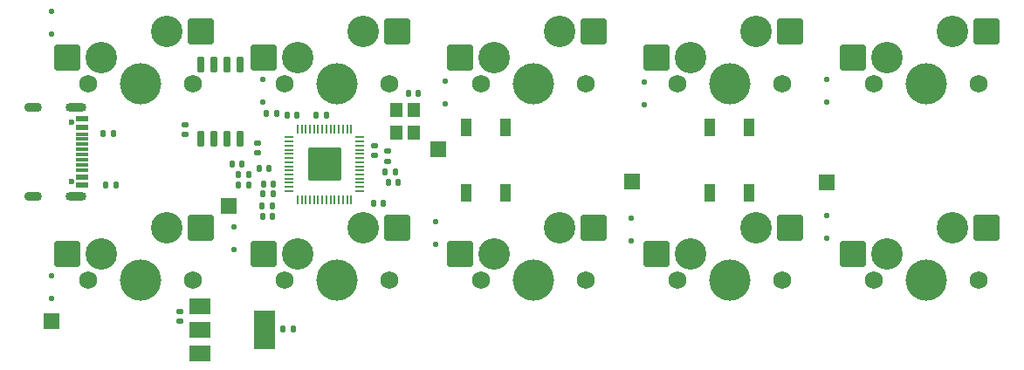
<source format=gbr>
%TF.GenerationSoftware,KiCad,Pcbnew,(7.0.0-0)*%
%TF.CreationDate,2023-04-10T20:33:14-04:00*%
%TF.ProjectId,KnGYT,4b6e4759-542e-46b6-9963-61645f706362,rev?*%
%TF.SameCoordinates,Original*%
%TF.FileFunction,Soldermask,Bot*%
%TF.FilePolarity,Negative*%
%FSLAX46Y46*%
G04 Gerber Fmt 4.6, Leading zero omitted, Abs format (unit mm)*
G04 Created by KiCad (PCBNEW (7.0.0-0)) date 2023-04-10 20:33:14*
%MOMM*%
%LPD*%
G01*
G04 APERTURE LIST*
G04 Aperture macros list*
%AMRoundRect*
0 Rectangle with rounded corners*
0 $1 Rounding radius*
0 $2 $3 $4 $5 $6 $7 $8 $9 X,Y pos of 4 corners*
0 Add a 4 corners polygon primitive as box body*
4,1,4,$2,$3,$4,$5,$6,$7,$8,$9,$2,$3,0*
0 Add four circle primitives for the rounded corners*
1,1,$1+$1,$2,$3*
1,1,$1+$1,$4,$5*
1,1,$1+$1,$6,$7*
1,1,$1+$1,$8,$9*
0 Add four rect primitives between the rounded corners*
20,1,$1+$1,$2,$3,$4,$5,0*
20,1,$1+$1,$4,$5,$6,$7,0*
20,1,$1+$1,$6,$7,$8,$9,0*
20,1,$1+$1,$8,$9,$2,$3,0*%
G04 Aperture macros list end*
%ADD10R,1.500000X1.500000*%
%ADD11C,1.750000*%
%ADD12C,3.050000*%
%ADD13C,4.000000*%
%ADD14RoundRect,0.250000X1.025000X1.000000X-1.025000X1.000000X-1.025000X-1.000000X1.025000X-1.000000X0*%
%ADD15RoundRect,0.140000X0.140000X0.170000X-0.140000X0.170000X-0.140000X-0.170000X0.140000X-0.170000X0*%
%ADD16RoundRect,0.140000X0.170000X-0.140000X0.170000X0.140000X-0.170000X0.140000X-0.170000X-0.140000X0*%
%ADD17RoundRect,0.050000X-0.050000X0.387500X-0.050000X-0.387500X0.050000X-0.387500X0.050000X0.387500X0*%
%ADD18RoundRect,0.050000X-0.387500X0.050000X-0.387500X-0.050000X0.387500X-0.050000X0.387500X0.050000X0*%
%ADD19RoundRect,0.144000X-1.456000X1.456000X-1.456000X-1.456000X1.456000X-1.456000X1.456000X1.456000X0*%
%ADD20RoundRect,0.125000X-0.125000X0.125000X-0.125000X-0.125000X0.125000X-0.125000X0.125000X0.125000X0*%
%ADD21C,0.600000*%
%ADD22R,1.160000X0.600000*%
%ADD23R,1.160000X0.300000*%
%ADD24O,1.700000X0.900000*%
%ADD25O,2.000000X0.900000*%
%ADD26R,1.000000X1.700000*%
%ADD27RoundRect,0.125000X0.125000X-0.125000X0.125000X0.125000X-0.125000X0.125000X-0.125000X-0.125000X0*%
%ADD28RoundRect,0.140000X-0.140000X-0.170000X0.140000X-0.170000X0.140000X0.170000X-0.140000X0.170000X0*%
%ADD29RoundRect,0.135000X0.135000X0.185000X-0.135000X0.185000X-0.135000X-0.185000X0.135000X-0.185000X0*%
%ADD30RoundRect,0.135000X0.185000X-0.135000X0.185000X0.135000X-0.185000X0.135000X-0.185000X-0.135000X0*%
%ADD31RoundRect,0.150000X-0.150000X0.650000X-0.150000X-0.650000X0.150000X-0.650000X0.150000X0.650000X0*%
%ADD32R,2.000000X1.500000*%
%ADD33R,2.000000X3.800000*%
%ADD34RoundRect,0.140000X-0.170000X0.140000X-0.170000X-0.140000X0.170000X-0.140000X0.170000X0.140000X0*%
%ADD35R,1.200000X1.400000*%
G04 APERTURE END LIST*
D10*
%TO.C,TP0*%
X70249999Y-82249999D03*
%TD*%
D11*
%TO.C,SW1*%
X84005000Y-59150000D03*
D12*
X81465000Y-54070000D03*
D13*
X78925000Y-59150000D03*
D12*
X75115000Y-56610000D03*
D11*
X73845000Y-59150000D03*
D14*
X71840000Y-56610000D03*
X84767000Y-54070000D03*
%TD*%
D15*
%TO.C,C25*%
X91770000Y-69877500D03*
X90810000Y-69877500D03*
%TD*%
D16*
%TO.C,C27*%
X101600000Y-66127500D03*
X101600000Y-65167500D03*
%TD*%
D10*
%TO.C,TP4*%
X145499999Y-68749999D03*
%TD*%
D15*
%TO.C,C18*%
X96920000Y-62212500D03*
X95960000Y-62212500D03*
%TD*%
D17*
%TO.C,U4*%
X94140000Y-63550000D03*
X94540000Y-63550000D03*
X94940000Y-63550000D03*
X95340000Y-63550000D03*
X95740000Y-63550000D03*
X96140000Y-63550000D03*
X96540000Y-63550000D03*
X96940000Y-63550000D03*
X97340000Y-63550000D03*
X97740000Y-63550000D03*
X98140000Y-63550000D03*
X98540000Y-63550000D03*
X98940000Y-63550000D03*
X99340000Y-63550000D03*
D18*
X100177500Y-64387500D03*
X100177500Y-64787500D03*
X100177500Y-65187500D03*
X100177500Y-65587500D03*
X100177500Y-65987500D03*
X100177500Y-66387500D03*
X100177500Y-66787500D03*
X100177500Y-67187500D03*
X100177500Y-67587500D03*
X100177500Y-67987500D03*
X100177500Y-68387500D03*
X100177500Y-68787500D03*
X100177500Y-69187500D03*
X100177500Y-69587500D03*
D17*
X99340000Y-70425000D03*
X98940000Y-70425000D03*
X98540000Y-70425000D03*
X98140000Y-70425000D03*
X97740000Y-70425000D03*
X97340000Y-70425000D03*
X96940000Y-70425000D03*
X96540000Y-70425000D03*
X96140000Y-70425000D03*
X95740000Y-70425000D03*
X95340000Y-70425000D03*
X94940000Y-70425000D03*
X94540000Y-70425000D03*
X94140000Y-70425000D03*
D18*
X93302500Y-69587500D03*
X93302500Y-69187500D03*
X93302500Y-68787500D03*
X93302500Y-68387500D03*
X93302500Y-67987500D03*
X93302500Y-67587500D03*
X93302500Y-67187500D03*
X93302500Y-66787500D03*
X93302500Y-66387500D03*
X93302500Y-65987500D03*
X93302500Y-65587500D03*
X93302500Y-65187500D03*
X93302500Y-64787500D03*
X93302500Y-64387500D03*
D19*
X96740000Y-66987500D03*
%TD*%
D20*
%TO.C,D8*%
X107500000Y-72550000D03*
X107500000Y-74750000D03*
%TD*%
D21*
%TO.C,J1*%
X72190000Y-68695000D03*
X72190000Y-62915000D03*
D22*
X73249999Y-69004999D03*
X73249999Y-68204999D03*
D23*
X73249999Y-67054999D03*
X73249999Y-66054999D03*
X73249999Y-65554999D03*
X73249999Y-64554999D03*
D22*
X73249999Y-63404999D03*
X73249999Y-62604999D03*
X73249999Y-62604999D03*
X73249999Y-63404999D03*
D23*
X73249999Y-64054999D03*
X73249999Y-65054999D03*
X73249999Y-66554999D03*
X73249999Y-67554999D03*
D22*
X73249999Y-68204999D03*
X73249999Y-69004999D03*
D24*
X68499999Y-70124999D03*
D25*
X72669999Y-70124999D03*
D24*
X68499999Y-61484999D03*
D25*
X72669999Y-61484999D03*
%TD*%
D26*
%TO.C,SW12*%
X114299999Y-69749999D03*
X114299999Y-63449999D03*
X110499999Y-69749999D03*
X110499999Y-63449999D03*
%TD*%
D15*
%TO.C,C14*%
X91694000Y-72025500D03*
X90734000Y-72025500D03*
%TD*%
D27*
%TO.C,D3*%
X108500000Y-61100000D03*
X108500000Y-58900000D03*
%TD*%
D10*
%TO.C,TP2*%
X107749999Y-65499999D03*
%TD*%
D28*
%TO.C,C23*%
X92750000Y-83000000D03*
X93710000Y-83000000D03*
%TD*%
D27*
%TO.C,D6*%
X70250000Y-80000000D03*
X70250000Y-77800000D03*
%TD*%
D16*
%TO.C,C26*%
X83250000Y-64130000D03*
X83250000Y-63170000D03*
%TD*%
D29*
%TO.C,R4*%
X76525000Y-69000000D03*
X75505000Y-69000000D03*
%TD*%
D27*
%TO.C,D4*%
X127750000Y-61200000D03*
X127750000Y-59000000D03*
%TD*%
D20*
%TO.C,D7*%
X88000000Y-73050000D03*
X88000000Y-75250000D03*
%TD*%
D15*
%TO.C,C28*%
X105862000Y-60087500D03*
X104902000Y-60087500D03*
%TD*%
D30*
%TO.C,R6*%
X102870000Y-66691500D03*
X102870000Y-65671500D03*
%TD*%
D28*
%TO.C,R2*%
X88430000Y-68997500D03*
X89390000Y-68997500D03*
%TD*%
%TO.C,C17*%
X93140000Y-62207500D03*
X94100000Y-62207500D03*
%TD*%
D27*
%TO.C,D1*%
X70250000Y-54350000D03*
X70250000Y-52150000D03*
%TD*%
D10*
%TO.C,TP1*%
X87499999Y-70999999D03*
%TD*%
D28*
%TO.C,C21*%
X87815000Y-66975000D03*
X88775000Y-66975000D03*
%TD*%
D15*
%TO.C,C15*%
X91666000Y-71009500D03*
X90706000Y-71009500D03*
%TD*%
%TO.C,C20*%
X91355000Y-67375000D03*
X90395000Y-67375000D03*
%TD*%
D28*
%TO.C,R1*%
X88425000Y-67972500D03*
X89385000Y-67972500D03*
%TD*%
D31*
%TO.C,U3*%
X84765000Y-57325000D03*
X86035000Y-57325000D03*
X87305000Y-57325000D03*
X88575000Y-57325000D03*
X88575000Y-64525000D03*
X87305000Y-64525000D03*
X86035000Y-64525000D03*
X84765000Y-64525000D03*
%TD*%
D10*
%TO.C,TP3*%
X126574999Y-68674999D03*
%TD*%
D11*
%TO.C,SW7*%
X103055000Y-78200000D03*
D12*
X100515000Y-73120000D03*
D13*
X97975000Y-78200000D03*
D12*
X94165000Y-75660000D03*
D11*
X92895000Y-78200000D03*
D14*
X90890000Y-75660000D03*
X103817000Y-73120000D03*
%TD*%
D15*
%TO.C,C24*%
X91790000Y-68897500D03*
X90830000Y-68897500D03*
%TD*%
D11*
%TO.C,SW9*%
X141155000Y-78200000D03*
D12*
X138615000Y-73120000D03*
D13*
X136075000Y-78200000D03*
D12*
X132265000Y-75660000D03*
D11*
X130995000Y-78200000D03*
D14*
X128990000Y-75660000D03*
X141917000Y-73120000D03*
%TD*%
D32*
%TO.C,U2*%
X84649999Y-85349999D03*
X84649999Y-83049999D03*
D33*
X90949999Y-83049999D03*
D32*
X84649999Y-80749999D03*
%TD*%
D28*
%TO.C,C16*%
X101500000Y-70775000D03*
X102460000Y-70775000D03*
%TD*%
%TO.C,C13*%
X102926000Y-68723500D03*
X103886000Y-68723500D03*
%TD*%
D11*
%TO.C,SW5*%
X160205000Y-59150000D03*
D12*
X157665000Y-54070000D03*
D13*
X155125000Y-59150000D03*
D12*
X151315000Y-56610000D03*
D11*
X150045000Y-59150000D03*
D14*
X148040000Y-56610000D03*
X160967000Y-54070000D03*
%TD*%
D11*
%TO.C,SW3*%
X122105000Y-59150000D03*
D12*
X119565000Y-54070000D03*
D13*
X117025000Y-59150000D03*
D12*
X113215000Y-56610000D03*
D11*
X111945000Y-59150000D03*
D14*
X109940000Y-56610000D03*
X122867000Y-54070000D03*
%TD*%
D28*
%TO.C,R5*%
X91150000Y-62050000D03*
X92110000Y-62050000D03*
%TD*%
D27*
%TO.C,D2*%
X90750000Y-60950000D03*
X90750000Y-58750000D03*
%TD*%
D28*
%TO.C,C19*%
X102644000Y-67707500D03*
X103604000Y-67707500D03*
%TD*%
D27*
%TO.C,D5*%
X145500000Y-61000000D03*
X145500000Y-58800000D03*
%TD*%
D29*
%TO.C,R3*%
X76275000Y-64000000D03*
X75255000Y-64000000D03*
%TD*%
D11*
%TO.C,SW8*%
X122105000Y-78200000D03*
D12*
X119565000Y-73120000D03*
D13*
X117025000Y-78200000D03*
D12*
X113215000Y-75660000D03*
D11*
X111945000Y-78200000D03*
D14*
X109940000Y-75660000D03*
X122867000Y-73120000D03*
%TD*%
D11*
%TO.C,SW4*%
X141155000Y-59150000D03*
D12*
X138615000Y-54070000D03*
D13*
X136075000Y-59150000D03*
D12*
X132265000Y-56610000D03*
D11*
X130995000Y-59150000D03*
D14*
X128990000Y-56610000D03*
X141917000Y-54070000D03*
%TD*%
D20*
%TO.C,D9*%
X126500000Y-72250000D03*
X126500000Y-74450000D03*
%TD*%
D11*
%TO.C,SW2*%
X103055000Y-59150000D03*
D12*
X100515000Y-54070000D03*
D13*
X97975000Y-59150000D03*
D12*
X94165000Y-56610000D03*
D11*
X92895000Y-59150000D03*
D14*
X90890000Y-56610000D03*
X103817000Y-54070000D03*
%TD*%
D26*
%TO.C,SW11*%
X137949999Y-69749999D03*
X137949999Y-63449999D03*
X134149999Y-69749999D03*
X134149999Y-63449999D03*
%TD*%
D11*
%TO.C,SW10*%
X160205000Y-78200000D03*
D12*
X157665000Y-73120000D03*
D13*
X155125000Y-78200000D03*
D12*
X151315000Y-75660000D03*
D11*
X150045000Y-78200000D03*
D14*
X148040000Y-75660000D03*
X160967000Y-73120000D03*
%TD*%
D34*
%TO.C,C22*%
X82750000Y-81250000D03*
X82750000Y-82210000D03*
%TD*%
D35*
%TO.C,Y1*%
X103701999Y-63947499D03*
X103701999Y-61747499D03*
X105401999Y-61747499D03*
X105401999Y-63947499D03*
%TD*%
D20*
%TO.C,D10*%
X145500000Y-72000000D03*
X145500000Y-74200000D03*
%TD*%
D16*
%TO.C,C12*%
X90250000Y-65875000D03*
X90250000Y-64915000D03*
%TD*%
D11*
%TO.C,SW6*%
X84005000Y-78200000D03*
D12*
X81465000Y-73120000D03*
D13*
X78925000Y-78200000D03*
D12*
X75115000Y-75660000D03*
D11*
X73845000Y-78200000D03*
D14*
X71840000Y-75660000D03*
X84767000Y-73120000D03*
%TD*%
M02*

</source>
